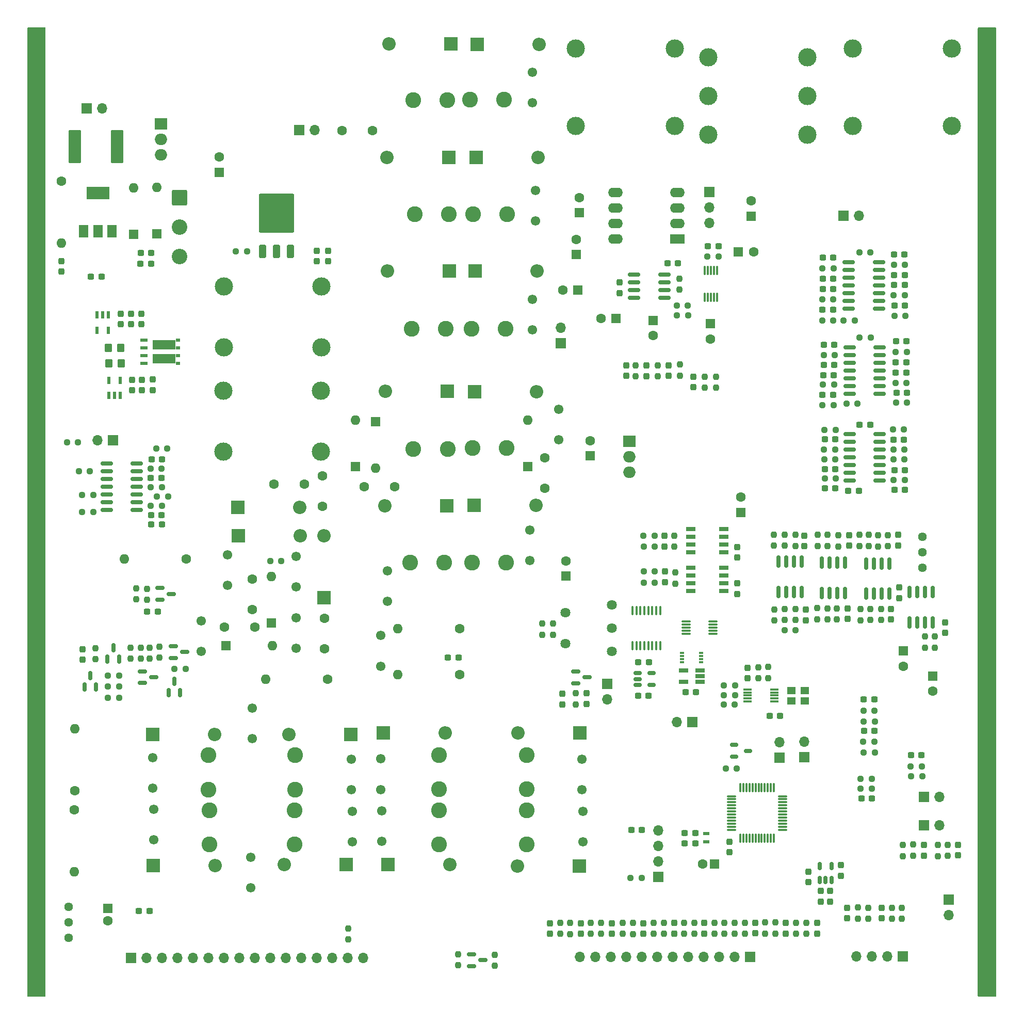
<source format=gts>
G04 #@! TF.GenerationSoftware,KiCad,Pcbnew,7.0.10*
G04 #@! TF.CreationDate,2025-01-18T09:55:55-08:00*
G04 #@! TF.ProjectId,fieldRadio_1.1,6669656c-6452-4616-9469-6f5f312e312e,rev?*
G04 #@! TF.SameCoordinates,Original*
G04 #@! TF.FileFunction,Soldermask,Top*
G04 #@! TF.FilePolarity,Negative*
%FSLAX46Y46*%
G04 Gerber Fmt 4.6, Leading zero omitted, Abs format (unit mm)*
G04 Created by KiCad (PCBNEW 7.0.10) date 2025-01-18 09:55:55*
%MOMM*%
%LPD*%
G01*
G04 APERTURE LIST*
G04 Aperture macros list*
%AMRoundRect*
0 Rectangle with rounded corners*
0 $1 Rounding radius*
0 $2 $3 $4 $5 $6 $7 $8 $9 X,Y pos of 4 corners*
0 Add a 4 corners polygon primitive as box body*
4,1,4,$2,$3,$4,$5,$6,$7,$8,$9,$2,$3,0*
0 Add four circle primitives for the rounded corners*
1,1,$1+$1,$2,$3*
1,1,$1+$1,$4,$5*
1,1,$1+$1,$6,$7*
1,1,$1+$1,$8,$9*
0 Add four rect primitives between the rounded corners*
20,1,$1+$1,$2,$3,$4,$5,0*
20,1,$1+$1,$4,$5,$6,$7,0*
20,1,$1+$1,$6,$7,$8,$9,0*
20,1,$1+$1,$8,$9,$2,$3,0*%
G04 Aperture macros list end*
%ADD10RoundRect,0.237500X-0.237500X0.300000X-0.237500X-0.300000X0.237500X-0.300000X0.237500X0.300000X0*%
%ADD11RoundRect,0.237500X0.250000X0.237500X-0.250000X0.237500X-0.250000X-0.237500X0.250000X-0.237500X0*%
%ADD12RoundRect,0.237500X0.237500X-0.250000X0.237500X0.250000X-0.237500X0.250000X-0.237500X-0.250000X0*%
%ADD13R,2.200000X2.200000*%
%ADD14O,2.200000X2.200000*%
%ADD15RoundRect,0.237500X-0.250000X-0.237500X0.250000X-0.237500X0.250000X0.237500X-0.250000X0.237500X0*%
%ADD16C,1.600000*%
%ADD17RoundRect,0.250000X0.350000X-0.850000X0.350000X0.850000X-0.350000X0.850000X-0.350000X-0.850000X0*%
%ADD18RoundRect,0.249997X2.650003X-2.950003X2.650003X2.950003X-2.650003X2.950003X-2.650003X-2.950003X0*%
%ADD19R,1.270000X0.610000*%
%ADD20R,0.710000X0.610000*%
%ADD21R,3.810000X1.650000*%
%ADD22RoundRect,0.150000X0.150000X-0.825000X0.150000X0.825000X-0.150000X0.825000X-0.150000X-0.825000X0*%
%ADD23C,1.550000*%
%ADD24RoundRect,0.237500X-0.237500X0.250000X-0.237500X-0.250000X0.237500X-0.250000X0.237500X0.250000X0*%
%ADD25R,2.000000X1.905000*%
%ADD26O,2.000000X1.905000*%
%ADD27RoundRect,0.237500X-0.300000X-0.237500X0.300000X-0.237500X0.300000X0.237500X-0.300000X0.237500X0*%
%ADD28R,1.600000X1.600000*%
%ADD29R,1.400000X1.200000*%
%ADD30RoundRect,0.150000X-0.587500X-0.150000X0.587500X-0.150000X0.587500X0.150000X-0.587500X0.150000X0*%
%ADD31RoundRect,0.075000X0.650000X0.075000X-0.650000X0.075000X-0.650000X-0.075000X0.650000X-0.075000X0*%
%ADD32R,0.600000X1.200000*%
%ADD33RoundRect,0.237500X0.237500X-0.300000X0.237500X0.300000X-0.237500X0.300000X-0.237500X-0.300000X0*%
%ADD34C,2.600000*%
%ADD35R,1.700000X1.700000*%
%ADD36O,1.700000X1.700000*%
%ADD37RoundRect,0.075000X0.075000X-0.662500X0.075000X0.662500X-0.075000X0.662500X-0.075000X-0.662500X0*%
%ADD38RoundRect,0.075000X0.662500X-0.075000X0.662500X0.075000X-0.662500X0.075000X-0.662500X-0.075000X0*%
%ADD39RoundRect,0.150000X0.825000X0.150000X-0.825000X0.150000X-0.825000X-0.150000X0.825000X-0.150000X0*%
%ADD40RoundRect,0.237500X0.300000X0.237500X-0.300000X0.237500X-0.300000X-0.237500X0.300000X-0.237500X0*%
%ADD41R,1.560000X0.650000*%
%ADD42C,3.000000*%
%ADD43RoundRect,0.150000X-0.512500X-0.150000X0.512500X-0.150000X0.512500X0.150000X-0.512500X0.150000X0*%
%ADD44R,1.528000X0.650000*%
%ADD45RoundRect,0.250000X-0.350000X-0.450000X0.350000X-0.450000X0.350000X0.450000X-0.350000X0.450000X0*%
%ADD46O,1.600000X1.600000*%
%ADD47RoundRect,0.250001X-0.799999X-2.474999X0.799999X-2.474999X0.799999X2.474999X-0.799999X2.474999X0*%
%ADD48C,1.440000*%
%ADD49R,2.400000X1.600000*%
%ADD50O,2.400000X1.600000*%
%ADD51RoundRect,0.249999X-1.025001X1.025001X-1.025001X-1.025001X1.025001X-1.025001X1.025001X1.025001X0*%
%ADD52C,2.550000*%
%ADD53RoundRect,0.150000X0.150000X-0.587500X0.150000X0.587500X-0.150000X0.587500X-0.150000X-0.587500X0*%
%ADD54RoundRect,0.075000X-0.075000X0.650000X-0.075000X-0.650000X0.075000X-0.650000X0.075000X0.650000X0*%
%ADD55R,1.400000X0.300000*%
%ADD56RoundRect,0.100000X-0.100000X0.637500X-0.100000X-0.637500X0.100000X-0.637500X0.100000X0.637500X0*%
%ADD57R,1.500000X2.000000*%
%ADD58R,3.800000X2.000000*%
%ADD59R,1.100000X0.600000*%
%ADD60R,0.800000X0.300000*%
%ADD61C,1.627000*%
%ADD62RoundRect,0.150000X-0.825000X-0.150000X0.825000X-0.150000X0.825000X0.150000X-0.825000X0.150000X0*%
%ADD63RoundRect,0.150000X0.150000X-0.512500X0.150000X0.512500X-0.150000X0.512500X-0.150000X-0.512500X0*%
G04 APERTURE END LIST*
D10*
X163110000Y-218937500D03*
X163110000Y-220662500D03*
D11*
X208047500Y-120045000D03*
X206222500Y-120045000D03*
D10*
X164000000Y-181257500D03*
X164000000Y-182982500D03*
D12*
X219570000Y-173740000D03*
X219570000Y-171915000D03*
D13*
X162830000Y-209557635D03*
D14*
X152670000Y-209557635D03*
D10*
X121595000Y-108622500D03*
X121595000Y-110347500D03*
D15*
X112107500Y-159540000D03*
X113932500Y-159540000D03*
X171257500Y-211550000D03*
X173082500Y-211550000D03*
D16*
X104640000Y-170420000D03*
X109640000Y-170420000D03*
D17*
X110890000Y-108775000D03*
X113170000Y-108775000D03*
X115450000Y-108775000D03*
D18*
X113170000Y-102475000D03*
D19*
X91380000Y-123300000D03*
X91380000Y-124570000D03*
X91380000Y-125840000D03*
X91380000Y-127110000D03*
D20*
X97000000Y-125840000D03*
D21*
X94740000Y-126335000D03*
D20*
X97000000Y-127110000D03*
X97000000Y-123300000D03*
D21*
X94740000Y-124075000D03*
D20*
X97000000Y-124570000D03*
D22*
X202615000Y-164777500D03*
X203885000Y-164777500D03*
X205155000Y-164777500D03*
X206425000Y-164777500D03*
X206425000Y-159827500D03*
X205155000Y-159827500D03*
X203885000Y-159827500D03*
X202615000Y-159827500D03*
D23*
X92875000Y-196807635D03*
X92875000Y-191807635D03*
D10*
X173870000Y-127487500D03*
X173870000Y-129212500D03*
X219440000Y-206127500D03*
X219440000Y-207852500D03*
D24*
X90880000Y-173737500D03*
X90880000Y-175562500D03*
D23*
X125575000Y-200600000D03*
X125575000Y-205600000D03*
D25*
X94185000Y-87870000D03*
D26*
X94185000Y-90410000D03*
X94185000Y-92950000D03*
D12*
X208565000Y-218177500D03*
X208565000Y-216352500D03*
D27*
X202747500Y-118270000D03*
X204472500Y-118270000D03*
D12*
X210645000Y-169215000D03*
X210645000Y-167390000D03*
D27*
X209577500Y-187405000D03*
X211302500Y-187405000D03*
D11*
X216297500Y-110945000D03*
X214472500Y-110945000D03*
D27*
X214797500Y-128670000D03*
X216522500Y-128670000D03*
D28*
X185065112Y-209240000D03*
D16*
X183065112Y-209240000D03*
D27*
X209132500Y-198525000D03*
X210857500Y-198525000D03*
X202772500Y-132295000D03*
X204497500Y-132295000D03*
D12*
X181710000Y-220682500D03*
X181710000Y-218857500D03*
D11*
X204547500Y-116645000D03*
X202722500Y-116645000D03*
D29*
X199820000Y-180820000D03*
X197620000Y-180820000D03*
X197620000Y-182520000D03*
X199820000Y-182520000D03*
D27*
X90867500Y-109010000D03*
X92592500Y-109010000D03*
D24*
X208970000Y-167440000D03*
X208970000Y-169265000D03*
D15*
X96427500Y-177240000D03*
X98252500Y-177240000D03*
D30*
X145187500Y-224080000D03*
X145187500Y-225980000D03*
X147062500Y-225030000D03*
D11*
X216372500Y-119345000D03*
X214547500Y-119345000D03*
D12*
X203545000Y-169140000D03*
X203545000Y-167315000D03*
D24*
X221710000Y-206117500D03*
X221710000Y-207942500D03*
D12*
X180070000Y-220692500D03*
X180070000Y-218867500D03*
D15*
X209427500Y-189180000D03*
X211252500Y-189180000D03*
D28*
X220820000Y-178404888D03*
D16*
X220820000Y-180904888D03*
D12*
X169960000Y-220712500D03*
X169960000Y-218887500D03*
D31*
X184810000Y-171450000D03*
X184810000Y-170950000D03*
X184810000Y-170450000D03*
X184810000Y-169950000D03*
X184810000Y-169450000D03*
X180410000Y-169450000D03*
X180410000Y-169950000D03*
X180410000Y-170450000D03*
X180410000Y-170950000D03*
X180410000Y-171450000D03*
D32*
X85593762Y-119180000D03*
X84643762Y-119180000D03*
X83693762Y-119180000D03*
X83693762Y-121680000D03*
X85593762Y-121680000D03*
D33*
X188750000Y-158952500D03*
X188750000Y-157227500D03*
D11*
X108332500Y-108780000D03*
X106507500Y-108780000D03*
X204647500Y-130620000D03*
X202822500Y-130620000D03*
D33*
X199810000Y-157112500D03*
X199810000Y-155387500D03*
D24*
X175700000Y-127427500D03*
X175700000Y-129252500D03*
D11*
X216222500Y-142870000D03*
X214397500Y-142870000D03*
D28*
X168902380Y-119780000D03*
D16*
X166402380Y-119780000D03*
D10*
X173340000Y-218937500D03*
X173340000Y-220662500D03*
D13*
X124555000Y-209357635D03*
D14*
X114395000Y-209357635D03*
D30*
X162287500Y-177680000D03*
X162287500Y-179580000D03*
X164162500Y-178630000D03*
D34*
X139850000Y-196982635D03*
X139850000Y-191382635D03*
D35*
X223480000Y-215055000D03*
D36*
X223480000Y-217595000D03*
D27*
X172537500Y-176110000D03*
X174262500Y-176110000D03*
D16*
X112770000Y-146890000D03*
X117770000Y-146890000D03*
D37*
X189285000Y-205027500D03*
X189785000Y-205027500D03*
X190285000Y-205027500D03*
X190785000Y-205027500D03*
X191285000Y-205027500D03*
X191785000Y-205027500D03*
X192285000Y-205027500D03*
X192785000Y-205027500D03*
X193285000Y-205027500D03*
X193785000Y-205027500D03*
X194285000Y-205027500D03*
X194785000Y-205027500D03*
D38*
X196197500Y-203615000D03*
X196197500Y-203115000D03*
X196197500Y-202615000D03*
X196197500Y-202115000D03*
X196197500Y-201615000D03*
X196197500Y-201115000D03*
X196197500Y-200615000D03*
X196197500Y-200115000D03*
X196197500Y-199615000D03*
X196197500Y-199115000D03*
X196197500Y-198615000D03*
X196197500Y-198115000D03*
D37*
X194785000Y-196702500D03*
X194285000Y-196702500D03*
X193785000Y-196702500D03*
X193285000Y-196702500D03*
X192785000Y-196702500D03*
X192285000Y-196702500D03*
X191785000Y-196702500D03*
X191285000Y-196702500D03*
X190785000Y-196702500D03*
X190285000Y-196702500D03*
X189785000Y-196702500D03*
X189285000Y-196702500D03*
D38*
X187872500Y-198115000D03*
X187872500Y-198615000D03*
X187872500Y-199115000D03*
X187872500Y-199615000D03*
X187872500Y-200115000D03*
X187872500Y-200615000D03*
X187872500Y-201115000D03*
X187872500Y-201615000D03*
X187872500Y-202115000D03*
X187872500Y-202615000D03*
X187872500Y-203115000D03*
X187872500Y-203615000D03*
D35*
X86295000Y-139760000D03*
D36*
X83755000Y-139760000D03*
D10*
X213995000Y-167390000D03*
X213995000Y-169115000D03*
D11*
X87332500Y-182020000D03*
X85507500Y-182020000D03*
D23*
X125425000Y-197057635D03*
X125425000Y-192057635D03*
D10*
X160030000Y-181337500D03*
X160030000Y-183062500D03*
D16*
X123940000Y-88890000D03*
X128940000Y-88890000D03*
D24*
X186680000Y-218857500D03*
X186680000Y-220682500D03*
D39*
X212035000Y-118130000D03*
X212035000Y-116860000D03*
X212035000Y-115590000D03*
X212035000Y-114320000D03*
X212035000Y-113050000D03*
X212035000Y-111780000D03*
X212035000Y-110510000D03*
X207085000Y-110510000D03*
X207085000Y-111780000D03*
X207085000Y-113050000D03*
X207085000Y-114320000D03*
X207085000Y-115590000D03*
X207085000Y-116860000D03*
X207085000Y-118130000D03*
D15*
X196547500Y-170867500D03*
X198372500Y-170867500D03*
D40*
X204622500Y-129020000D03*
X202897500Y-129020000D03*
D34*
X154225000Y-200432635D03*
X154225000Y-206032635D03*
D41*
X182670000Y-179360000D03*
X182670000Y-178410000D03*
X182670000Y-177460000D03*
X179970000Y-177460000D03*
X179970000Y-179360000D03*
D42*
X162250000Y-75475000D03*
X178480000Y-75475000D03*
X162250000Y-88175000D03*
X178480000Y-88175000D03*
D10*
X188770000Y-163217500D03*
X188770000Y-164942500D03*
D42*
X120545000Y-114510000D03*
X104545000Y-114510000D03*
X120545000Y-124510000D03*
X104545000Y-124510000D03*
D15*
X217252500Y-193220000D03*
X219077500Y-193220000D03*
D34*
X139850000Y-200432635D03*
X139850000Y-206032635D03*
D11*
X208522500Y-133720000D03*
X206697500Y-133720000D03*
D10*
X178410000Y-218927500D03*
X178410000Y-220652500D03*
D43*
X172392500Y-177940000D03*
X172392500Y-178890000D03*
X172392500Y-179840000D03*
X174667500Y-179840000D03*
X174667500Y-177940000D03*
D44*
X181179000Y-160675000D03*
X181179000Y-161945000D03*
X181179000Y-163215000D03*
X181179000Y-164485000D03*
X186601000Y-164485000D03*
X186601000Y-163215000D03*
X186601000Y-161945000D03*
X186601000Y-160675000D03*
D35*
X195690000Y-191790000D03*
D36*
X195690000Y-189250000D03*
D40*
X208732500Y-147990000D03*
X207007500Y-147990000D03*
D23*
X163450000Y-200632635D03*
X163450000Y-205632635D03*
D40*
X216197500Y-109245000D03*
X214472500Y-109245000D03*
D12*
X175030000Y-220712500D03*
X175030000Y-218887500D03*
X171680000Y-220722500D03*
X171680000Y-218897500D03*
D23*
X116390000Y-173880000D03*
X116390000Y-168880000D03*
D27*
X214522500Y-114220000D03*
X216247500Y-114220000D03*
D16*
X127520000Y-147375000D03*
X132520000Y-147375000D03*
D28*
X191050000Y-102942379D03*
D16*
X191050000Y-100442379D03*
D45*
X85563762Y-124540000D03*
X87563762Y-124540000D03*
D28*
X188967621Y-108840000D03*
D16*
X191467621Y-108840000D03*
D11*
X188377500Y-183120000D03*
X186552500Y-183120000D03*
D27*
X92537500Y-145910000D03*
X94262500Y-145910000D03*
D30*
X96212500Y-173520000D03*
X96212500Y-175420000D03*
X98087500Y-174470000D03*
D12*
X223285000Y-207892500D03*
X223285000Y-206067500D03*
D10*
X202440000Y-213682500D03*
X202440000Y-215407500D03*
D34*
X135050000Y-159770000D03*
X140650000Y-159770000D03*
D16*
X157220000Y-142625000D03*
X157220000Y-147625000D03*
D27*
X217277500Y-191345000D03*
X219002500Y-191345000D03*
D34*
X101975000Y-197007635D03*
X101975000Y-191407635D03*
D40*
X216547500Y-123495000D03*
X214822500Y-123495000D03*
D13*
X145890000Y-93325000D03*
D14*
X156050000Y-93325000D03*
D40*
X94332500Y-153490000D03*
X92607500Y-153490000D03*
D23*
X130270000Y-176775000D03*
X130270000Y-171775000D03*
D24*
X213470000Y-155285000D03*
X213470000Y-157110000D03*
D27*
X91917500Y-167850000D03*
X93642500Y-167850000D03*
D40*
X185702500Y-107910000D03*
X183977500Y-107910000D03*
D11*
X216272500Y-146245000D03*
X214447500Y-146245000D03*
D15*
X81267500Y-148700000D03*
X83092500Y-148700000D03*
D35*
X89270000Y-224670000D03*
D36*
X91810000Y-224670000D03*
X94350000Y-224670000D03*
X96890000Y-224670000D03*
X99430000Y-224670000D03*
X101970000Y-224670000D03*
X104510000Y-224670000D03*
X107050000Y-224670000D03*
X109590000Y-224670000D03*
X112130000Y-224670000D03*
X114670000Y-224670000D03*
X117210000Y-224670000D03*
X119750000Y-224670000D03*
X122290000Y-224670000D03*
X124830000Y-224670000D03*
X127370000Y-224670000D03*
D34*
X102125000Y-200407635D03*
X102125000Y-206007635D03*
D40*
X204547500Y-113195000D03*
X202822500Y-113195000D03*
D15*
X202747500Y-111520000D03*
X204572500Y-111520000D03*
D35*
X206235000Y-102930000D03*
D36*
X208775000Y-102930000D03*
D27*
X214522500Y-112620000D03*
X216247500Y-112620000D03*
D11*
X216272500Y-115970000D03*
X214447500Y-115970000D03*
D33*
X207170000Y-157040000D03*
X207170000Y-155315000D03*
D15*
X173387500Y-155400000D03*
X175212500Y-155400000D03*
D12*
X214125000Y-218227500D03*
X214125000Y-216402500D03*
D10*
X183350000Y-218907500D03*
X183350000Y-220632500D03*
D15*
X183887500Y-109600000D03*
X185712500Y-109600000D03*
D10*
X225010000Y-206117500D03*
X225010000Y-207842500D03*
D13*
X141200000Y-131675000D03*
D14*
X131040000Y-131675000D03*
D40*
X204522500Y-114920000D03*
X202797500Y-114920000D03*
D10*
X169500000Y-113837500D03*
X169500000Y-115562500D03*
X206790000Y-216427500D03*
X206790000Y-218152500D03*
D34*
X135310000Y-121420000D03*
X140910000Y-121420000D03*
D10*
X168210000Y-218937500D03*
X168210000Y-220662500D03*
X89278762Y-118972500D03*
X89278762Y-120697500D03*
D39*
X90225000Y-151195000D03*
X90225000Y-149925000D03*
X90225000Y-148655000D03*
X90225000Y-147385000D03*
X90225000Y-146115000D03*
X90225000Y-144845000D03*
X90225000Y-143575000D03*
X85275000Y-143575000D03*
X85275000Y-144845000D03*
X85275000Y-146115000D03*
X85275000Y-147385000D03*
X85275000Y-148655000D03*
X85275000Y-149925000D03*
X85275000Y-151195000D03*
D24*
X148985000Y-224117500D03*
X148985000Y-225942500D03*
D28*
X103780000Y-95771395D03*
D16*
X103780000Y-93271395D03*
D11*
X211352500Y-190980000D03*
X209527500Y-190980000D03*
D28*
X154420000Y-144025000D03*
D46*
X154420000Y-136405000D03*
D33*
X81320000Y-175722500D03*
X81320000Y-173997500D03*
D42*
X207755000Y-75465000D03*
X223985000Y-75465000D03*
X207755000Y-88165000D03*
X223985000Y-88165000D03*
D28*
X162320000Y-109260000D03*
D16*
X162320000Y-106760000D03*
D10*
X158020000Y-218937500D03*
X158020000Y-220662500D03*
D11*
X80592500Y-140060000D03*
X78767500Y-140060000D03*
D15*
X203122500Y-146020000D03*
X204947500Y-146020000D03*
D34*
X144890000Y-83840000D03*
X150490000Y-83840000D03*
D15*
X208847500Y-122845000D03*
X210672500Y-122845000D03*
D23*
X100830000Y-174400000D03*
X100830000Y-169400000D03*
D22*
X217015000Y-169612442D03*
X218285000Y-169612442D03*
X219555000Y-169612442D03*
X220825000Y-169612442D03*
X220825000Y-164662442D03*
X219555000Y-164662442D03*
X218285000Y-164662442D03*
X217015000Y-164662442D03*
D12*
X200140000Y-220692500D03*
X200140000Y-218867500D03*
D10*
X212500000Y-216427500D03*
X212500000Y-218152500D03*
D47*
X80015000Y-91520000D03*
X86965000Y-91520000D03*
D10*
X190470000Y-177037500D03*
X190470000Y-178762500D03*
D23*
X155180000Y-121640000D03*
X155180000Y-116640000D03*
D15*
X203072500Y-137995000D03*
X204897500Y-137995000D03*
D13*
X141770000Y-74725000D03*
D14*
X131610000Y-74725000D03*
D34*
X145440000Y-102640000D03*
X151040000Y-102640000D03*
D24*
X192250000Y-176967500D03*
X192250000Y-178792500D03*
D12*
X158510000Y-171642500D03*
X158510000Y-169817500D03*
D24*
X185310000Y-129307500D03*
X185310000Y-131132500D03*
X211860000Y-155305000D03*
X211860000Y-157130000D03*
D11*
X216222500Y-141270000D03*
X214397500Y-141270000D03*
D28*
X104860000Y-173450000D03*
D46*
X112480000Y-173450000D03*
D23*
X155640000Y-103740000D03*
X155640000Y-98740000D03*
X130300000Y-197007635D03*
X130300000Y-192007635D03*
D40*
X216272500Y-144670000D03*
X214547500Y-144670000D03*
D25*
X171050000Y-139870000D03*
D26*
X171050000Y-142410000D03*
X171050000Y-144950000D03*
D48*
X79070000Y-216270000D03*
X79070000Y-218810000D03*
X79070000Y-221350000D03*
D27*
X203122500Y-147620000D03*
X204847500Y-147620000D03*
D13*
X162980000Y-187732635D03*
D14*
X152820000Y-187732635D03*
D40*
X181982500Y-181020000D03*
X180257500Y-181020000D03*
D24*
X194745000Y-155190000D03*
X194745000Y-157015000D03*
D34*
X154200000Y-196982635D03*
X154200000Y-191382635D03*
X145270000Y-159820000D03*
X150870000Y-159820000D03*
D10*
X205810000Y-209427500D03*
X205810000Y-211152500D03*
D15*
X85497500Y-180110000D03*
X87322500Y-180110000D03*
D24*
X215965000Y-206127500D03*
X215965000Y-207952500D03*
D35*
X181395000Y-185960000D03*
D36*
X178855000Y-185960000D03*
D24*
X201920000Y-167265000D03*
X201920000Y-169090000D03*
D49*
X178920000Y-106680000D03*
D50*
X178920000Y-104140000D03*
X178920000Y-101600000D03*
X178920000Y-99060000D03*
X168760000Y-99060000D03*
X168760000Y-101600000D03*
X168760000Y-104140000D03*
X168760000Y-106680000D03*
D12*
X208810000Y-157070000D03*
X208810000Y-155245000D03*
D11*
X180692500Y-119250000D03*
X178867500Y-119250000D03*
D40*
X179052500Y-110690000D03*
X177327500Y-110690000D03*
D24*
X178450000Y-155367500D03*
X178450000Y-157192500D03*
D39*
X212160000Y-132130000D03*
X212160000Y-130860000D03*
X212160000Y-129590000D03*
X212160000Y-128320000D03*
X212160000Y-127050000D03*
X212160000Y-125780000D03*
X212160000Y-124510000D03*
X207210000Y-124510000D03*
X207210000Y-125780000D03*
X207210000Y-127050000D03*
X207210000Y-128320000D03*
X207210000Y-129590000D03*
X207210000Y-130860000D03*
X207210000Y-132130000D03*
D13*
X92845000Y-187957635D03*
D14*
X103005000Y-187957635D03*
D24*
X83430000Y-173837500D03*
X83430000Y-175662500D03*
D33*
X77850000Y-112052500D03*
X77850000Y-110327500D03*
D12*
X215800000Y-218227500D03*
X215800000Y-216402500D03*
D51*
X97250000Y-99975000D03*
D52*
X97250000Y-104775000D03*
X97250000Y-109575000D03*
D34*
X145290000Y-141040000D03*
X150890000Y-141040000D03*
D24*
X205370000Y-155315000D03*
X205370000Y-157140000D03*
D28*
X189340000Y-151550000D03*
D16*
X189340000Y-149050000D03*
D34*
X135620000Y-83920000D03*
X141220000Y-83920000D03*
D10*
X176860000Y-155407500D03*
X176860000Y-157132500D03*
D16*
X121050000Y-168930000D03*
X121050000Y-173930000D03*
D28*
X89690000Y-105920000D03*
D46*
X89690000Y-98300000D03*
D13*
X131445000Y-209357635D03*
D14*
X141605000Y-209357635D03*
D12*
X91920000Y-165932500D03*
X91920000Y-164107500D03*
D45*
X85653762Y-127110000D03*
X87653762Y-127110000D03*
D40*
X174192500Y-181650000D03*
X172467500Y-181650000D03*
D10*
X200020000Y-167515000D03*
X200020000Y-169240000D03*
X181530000Y-129317500D03*
X181530000Y-131042500D03*
X206895000Y-167315000D03*
X206895000Y-169040000D03*
D12*
X172110000Y-129252500D03*
X172110000Y-127427500D03*
D28*
X162830000Y-102410000D03*
D16*
X162830000Y-99910000D03*
D23*
X131370000Y-166175000D03*
X131370000Y-161175000D03*
D11*
X87312500Y-178370000D03*
X85487500Y-178370000D03*
D13*
X106850000Y-155360000D03*
D14*
X117010000Y-155360000D03*
D15*
X209480358Y-184065000D03*
X211305358Y-184065000D03*
X209032500Y-195300000D03*
X210857500Y-195300000D03*
D11*
X216622500Y-125270000D03*
X214797500Y-125270000D03*
D30*
X91152500Y-177660000D03*
X91152500Y-179560000D03*
X93027500Y-178610000D03*
D13*
X141500000Y-111925000D03*
D14*
X131340000Y-111925000D03*
D12*
X212370000Y-169215000D03*
X212370000Y-167390000D03*
D40*
X204847500Y-144445000D03*
X203122500Y-144445000D03*
D23*
X108900000Y-213107635D03*
X108900000Y-208107635D03*
D27*
X180157500Y-205860000D03*
X181882500Y-205860000D03*
D23*
X116380000Y-158812365D03*
X116380000Y-163812365D03*
D53*
X95460000Y-181117500D03*
X97360000Y-181117500D03*
X96410000Y-179242500D03*
D27*
X202797500Y-109795000D03*
X204522500Y-109795000D03*
D10*
X90953762Y-118947500D03*
X90953762Y-120672500D03*
D28*
X85500000Y-216544887D03*
D16*
X85500000Y-218544887D03*
D13*
X141450000Y-93325000D03*
D14*
X131290000Y-93325000D03*
D11*
X219152500Y-194820000D03*
X217327500Y-194820000D03*
D27*
X90842500Y-110785000D03*
X92567500Y-110785000D03*
D12*
X92360000Y-175582500D03*
X92360000Y-173757500D03*
D32*
X85643762Y-132370000D03*
X86593762Y-132370000D03*
X87543762Y-132370000D03*
X87543762Y-129870000D03*
X85643762Y-129870000D03*
D28*
X129400000Y-136720000D03*
D46*
X129400000Y-144340000D03*
D24*
X166440000Y-218877500D03*
X166440000Y-220702500D03*
D27*
X82707500Y-112880000D03*
X84432500Y-112880000D03*
D35*
X167440000Y-179670000D03*
D36*
X167440000Y-182210000D03*
D54*
X185420000Y-111900000D03*
X184920000Y-111900000D03*
X184420000Y-111900000D03*
X183920000Y-111900000D03*
X183420000Y-111900000D03*
X183420000Y-116300000D03*
X183920000Y-116300000D03*
X184420000Y-116300000D03*
X184920000Y-116300000D03*
X185420000Y-116300000D03*
D40*
X216622500Y-131920000D03*
X214897500Y-131920000D03*
D35*
X215920000Y-224390000D03*
D36*
X213380000Y-224390000D03*
X210840000Y-224390000D03*
X208300000Y-224390000D03*
D40*
X216272500Y-117620000D03*
X214547500Y-117620000D03*
D11*
X180672500Y-117610000D03*
X178847500Y-117610000D03*
D33*
X87618762Y-120697500D03*
X87618762Y-118972500D03*
D24*
X124910000Y-219797500D03*
X124910000Y-221622500D03*
D15*
X186867500Y-193590000D03*
X188692500Y-193590000D03*
D13*
X146070000Y-74775000D03*
D14*
X156230000Y-74775000D03*
D15*
X92537500Y-150510000D03*
X94362500Y-150510000D03*
D23*
X130400000Y-200500000D03*
X130400000Y-205500000D03*
D12*
X179260000Y-115042500D03*
X179260000Y-113217500D03*
D28*
X215995000Y-174297387D03*
D16*
X215995000Y-176797387D03*
D35*
X190895000Y-224470000D03*
D36*
X188355000Y-224470000D03*
X185815000Y-224470000D03*
X183275000Y-224470000D03*
X180735000Y-224470000D03*
X178195000Y-224470000D03*
X175655000Y-224470000D03*
X173115000Y-224470000D03*
X170575000Y-224470000D03*
X168035000Y-224470000D03*
X165495000Y-224470000D03*
X162955000Y-224470000D03*
D35*
X184180000Y-98980000D03*
D36*
X184180000Y-101520000D03*
X184180000Y-104060000D03*
D33*
X176890000Y-162992500D03*
X176890000Y-161267500D03*
D12*
X89180000Y-175582500D03*
X89180000Y-173757500D03*
D24*
X203595000Y-155265000D03*
X203595000Y-157090000D03*
D16*
X121550000Y-178960000D03*
D46*
X111390000Y-178960000D03*
D12*
X179360000Y-129142500D03*
X179360000Y-127317500D03*
D27*
X171367500Y-203690000D03*
X173092500Y-203690000D03*
D28*
X164595000Y-142310000D03*
D16*
X164595000Y-139810000D03*
D15*
X202947500Y-125720000D03*
X204772500Y-125720000D03*
D13*
X145560000Y-150425000D03*
D14*
X155720000Y-150425000D03*
D35*
X175850000Y-211320000D03*
D36*
X175850000Y-208780000D03*
X175850000Y-206240000D03*
X175850000Y-203700000D03*
D40*
X216147500Y-139620000D03*
X214422500Y-139620000D03*
D55*
X194840000Y-182595000D03*
X194840000Y-182095000D03*
X194840000Y-181595000D03*
X194840000Y-181095000D03*
X194840000Y-180595000D03*
X190440000Y-180595000D03*
X190440000Y-181095000D03*
X190440000Y-181595000D03*
X190440000Y-182095000D03*
X190440000Y-182595000D03*
D30*
X94032500Y-163970000D03*
X94032500Y-165870000D03*
X95907500Y-164920000D03*
D23*
X109200000Y-183657635D03*
X109200000Y-188657635D03*
D10*
X92813762Y-129777500D03*
X92813762Y-131502500D03*
D23*
X105130000Y-163550000D03*
X105130000Y-158550000D03*
D56*
X176120000Y-167702500D03*
X175470000Y-167702500D03*
X174820000Y-167702500D03*
X174170000Y-167702500D03*
X173520000Y-167702500D03*
X172870000Y-167702500D03*
X172220000Y-167702500D03*
X171570000Y-167702500D03*
X171570000Y-173427500D03*
X172220000Y-173427500D03*
X172870000Y-173427500D03*
X173520000Y-173427500D03*
X174170000Y-173427500D03*
X174820000Y-173427500D03*
X175470000Y-173427500D03*
X176120000Y-173427500D03*
D12*
X198430000Y-220682500D03*
X198430000Y-218857500D03*
D34*
X145160000Y-121425000D03*
X150760000Y-121425000D03*
D27*
X90567500Y-216910000D03*
X92292500Y-216910000D03*
D22*
X195515000Y-164602500D03*
X196785000Y-164602500D03*
X198055000Y-164602500D03*
X199325000Y-164602500D03*
X199325000Y-159652500D03*
X198055000Y-159652500D03*
X196785000Y-159652500D03*
X195515000Y-159652500D03*
D24*
X195040000Y-218847500D03*
X195040000Y-220672500D03*
D12*
X205145000Y-169140000D03*
X205145000Y-167315000D03*
X217640000Y-207852500D03*
X217640000Y-206027500D03*
D11*
X188427500Y-179945000D03*
X186602500Y-179945000D03*
D12*
X196570000Y-169215000D03*
X196570000Y-167390000D03*
D10*
X204040000Y-213682500D03*
X204040000Y-215407500D03*
D27*
X180147500Y-204170000D03*
X181872500Y-204170000D03*
D12*
X162250000Y-183042500D03*
X162250000Y-181217500D03*
D40*
X195812500Y-184970000D03*
X194087500Y-184970000D03*
D28*
X174960000Y-120057620D03*
D16*
X174960000Y-122557620D03*
D24*
X159750000Y-218877500D03*
X159750000Y-220702500D03*
D53*
X85410000Y-175637500D03*
X87310000Y-175637500D03*
X86360000Y-173762500D03*
D34*
X135630000Y-141140000D03*
X141230000Y-141140000D03*
D27*
X202972500Y-124070000D03*
X204697500Y-124070000D03*
D24*
X156790000Y-169787500D03*
X156790000Y-171612500D03*
D12*
X190020000Y-220682500D03*
X190020000Y-218857500D03*
D27*
X92577500Y-151980000D03*
X94302500Y-151980000D03*
D15*
X92487500Y-144385000D03*
X94312500Y-144385000D03*
D24*
X161360000Y-218897500D03*
X161360000Y-220722500D03*
D57*
X81530000Y-105450000D03*
X83830000Y-105450000D03*
X86130000Y-105450000D03*
D58*
X83830000Y-99150000D03*
D10*
X187535000Y-205577500D03*
X187535000Y-207302500D03*
D59*
X183690000Y-205610000D03*
X183690000Y-204210000D03*
D12*
X210265000Y-218227500D03*
X210265000Y-216402500D03*
D10*
X191690000Y-218897500D03*
X191690000Y-220622500D03*
D35*
X159790000Y-123785000D03*
D36*
X159790000Y-121245000D03*
D13*
X125325000Y-187957635D03*
D14*
X115165000Y-187957635D03*
D40*
X94362500Y-142885000D03*
X92637500Y-142885000D03*
D15*
X203047500Y-142820000D03*
X204872500Y-142820000D03*
D16*
X77870000Y-97190000D03*
D46*
X77870000Y-107350000D03*
D33*
X170560000Y-129172500D03*
X170560000Y-127447500D03*
D34*
X135860000Y-102640000D03*
X141460000Y-102640000D03*
D48*
X219150000Y-160607500D03*
X219150000Y-158067500D03*
X219150000Y-155527500D03*
D23*
X159430000Y-139660000D03*
X159430000Y-134660000D03*
D24*
X196520000Y-155215000D03*
X196520000Y-157040000D03*
D13*
X92945000Y-209457635D03*
D14*
X103105000Y-209457635D03*
D60*
X182830000Y-176110000D03*
X182830000Y-175610000D03*
X182830000Y-175110000D03*
X182830000Y-174610000D03*
X179730000Y-174610000D03*
X179730000Y-175110000D03*
X179730000Y-175610000D03*
X179730000Y-176110000D03*
D35*
X82040000Y-85320000D03*
D36*
X84580000Y-85320000D03*
D33*
X222845000Y-171340000D03*
X222845000Y-169615000D03*
D12*
X176750000Y-220692500D03*
X176750000Y-218867500D03*
D24*
X194870000Y-167465000D03*
X194870000Y-169290000D03*
D12*
X142985000Y-225872500D03*
X142985000Y-224047500D03*
D34*
X116175000Y-197007635D03*
X116175000Y-191407635D03*
D16*
X120720000Y-145590000D03*
X120720000Y-150590000D03*
D12*
X221170000Y-173740000D03*
X221170000Y-171915000D03*
D27*
X214597500Y-147870000D03*
X216322500Y-147870000D03*
D10*
X119795000Y-108647500D03*
X119795000Y-110372500D03*
D28*
X160640000Y-162032380D03*
D16*
X160640000Y-159532380D03*
D15*
X173407500Y-157150000D03*
X175232500Y-157150000D03*
D13*
X145720000Y-111975000D03*
D14*
X155880000Y-111975000D03*
D11*
X188402500Y-181595000D03*
X186577500Y-181595000D03*
X95352500Y-148930000D03*
X93527500Y-148930000D03*
D13*
X130645000Y-187757635D03*
D14*
X140805000Y-187757635D03*
D40*
X204722500Y-127345000D03*
X202997500Y-127345000D03*
D13*
X120930000Y-165570000D03*
D14*
X120930000Y-155410000D03*
D12*
X183450000Y-131112500D03*
X183450000Y-129287500D03*
D35*
X199790000Y-191720000D03*
D36*
X199790000Y-189180000D03*
D28*
X162630000Y-115080000D03*
D16*
X160130000Y-115080000D03*
D23*
X93000000Y-200275000D03*
X93000000Y-205275000D03*
D27*
X214797500Y-126970000D03*
X216522500Y-126970000D03*
D11*
X211355358Y-185840000D03*
X209530358Y-185840000D03*
X216147500Y-137970000D03*
X214322500Y-137970000D03*
D15*
X208822500Y-108920000D03*
X210647500Y-108920000D03*
D16*
X80020000Y-197210000D03*
D46*
X80020000Y-187050000D03*
D16*
X109180000Y-167530000D03*
X109180000Y-162530000D03*
X98330000Y-159220000D03*
D46*
X88170000Y-159220000D03*
D24*
X178600000Y-161427500D03*
X178600000Y-163252500D03*
D33*
X89423762Y-131532500D03*
X89423762Y-129807500D03*
D13*
X145640000Y-131775000D03*
D14*
X155800000Y-131775000D03*
D42*
X184015000Y-83255000D03*
X200245000Y-83255000D03*
X184015000Y-76905000D03*
X200245000Y-76905000D03*
X184015000Y-89605000D03*
X200245000Y-89605000D03*
D23*
X154740000Y-159475000D03*
X154740000Y-154475000D03*
D39*
X212160000Y-146330000D03*
X212160000Y-145060000D03*
X212160000Y-143790000D03*
X212160000Y-142520000D03*
X212160000Y-141250000D03*
X212160000Y-139980000D03*
X212160000Y-138710000D03*
X207210000Y-138710000D03*
X207210000Y-139980000D03*
X207210000Y-141250000D03*
X207210000Y-142520000D03*
X207210000Y-143790000D03*
X207210000Y-145060000D03*
X207210000Y-146330000D03*
D11*
X82537500Y-144785000D03*
X80712500Y-144785000D03*
D35*
X219425000Y-198240000D03*
D36*
X221965000Y-198240000D03*
D53*
X81650000Y-180177500D03*
X83550000Y-180177500D03*
X82600000Y-178302500D03*
D15*
X173407500Y-163060000D03*
X175232500Y-163060000D03*
X202772500Y-133970000D03*
X204597500Y-133970000D03*
D44*
X181179000Y-154255000D03*
X181179000Y-155525000D03*
X181179000Y-156795000D03*
X181179000Y-158065000D03*
X186601000Y-158065000D03*
X186601000Y-156795000D03*
X186601000Y-155525000D03*
X186601000Y-154255000D03*
D16*
X143210000Y-178180000D03*
D46*
X133050000Y-178180000D03*
D11*
X216572500Y-130295000D03*
X214747500Y-130295000D03*
D12*
X193360000Y-220662500D03*
X193360000Y-218837500D03*
D43*
X188242500Y-189710000D03*
X188242500Y-191610000D03*
X190517500Y-190660000D03*
D28*
X126100000Y-144050000D03*
D46*
X126100000Y-136430000D03*
D11*
X83062500Y-151510000D03*
X81237500Y-151510000D03*
D10*
X196740000Y-218907500D03*
X196740000Y-220632500D03*
D16*
X143240000Y-170630000D03*
D46*
X133080000Y-170630000D03*
D27*
X203122500Y-139595000D03*
X204847500Y-139595000D03*
D11*
X95232500Y-141090000D03*
X93407500Y-141090000D03*
D42*
X120470000Y-131610000D03*
X104470000Y-131610000D03*
X120470000Y-141610000D03*
X104470000Y-141610000D03*
D12*
X93960000Y-175412500D03*
X93960000Y-173587500D03*
D15*
X173397500Y-161270000D03*
X175222500Y-161270000D03*
D16*
X79950000Y-200380000D03*
D46*
X79950000Y-210540000D03*
D12*
X198320000Y-169215000D03*
X198320000Y-167390000D03*
D27*
X209530358Y-182240000D03*
X211255358Y-182240000D03*
D61*
X160610000Y-168000000D03*
X160610000Y-173080000D03*
X168230000Y-166730000D03*
X168230000Y-170540000D03*
X168230000Y-174350000D03*
D62*
X171855000Y-112555000D03*
X171855000Y-113825000D03*
X171855000Y-115095000D03*
X171855000Y-116365000D03*
X176805000Y-116365000D03*
X176805000Y-115095000D03*
X176805000Y-113825000D03*
X176805000Y-112555000D03*
D33*
X177480000Y-129162500D03*
X177480000Y-127437500D03*
D28*
X93520000Y-105850000D03*
D46*
X93520000Y-98230000D03*
D27*
X141307500Y-175410000D03*
X143032500Y-175410000D03*
D24*
X198295000Y-155265000D03*
X198295000Y-157090000D03*
D34*
X116125000Y-200457635D03*
X116125000Y-206057635D03*
D24*
X164750000Y-218887500D03*
X164750000Y-220712500D03*
D33*
X91083762Y-131512500D03*
X91083762Y-129787500D03*
D10*
X200470000Y-210507500D03*
X200470000Y-212232500D03*
D23*
X155170000Y-84375000D03*
X155170000Y-79375000D03*
D11*
X210832500Y-196850000D03*
X209007500Y-196850000D03*
D28*
X112350000Y-169660000D03*
D46*
X112350000Y-162040000D03*
D23*
X163250000Y-197057635D03*
X163250000Y-192057635D03*
D13*
X141120000Y-150475000D03*
D14*
X130960000Y-150475000D03*
D10*
X201850000Y-218917500D03*
X201850000Y-220642500D03*
D35*
X219425000Y-202900000D03*
D36*
X221965000Y-202900000D03*
D33*
X215370000Y-165615000D03*
X215370000Y-163890000D03*
D27*
X208872500Y-137170000D03*
X210597500Y-137170000D03*
D33*
X215190000Y-156960000D03*
X215190000Y-155235000D03*
D22*
X209915000Y-164877500D03*
X211185000Y-164877500D03*
X212455000Y-164877500D03*
X213725000Y-164877500D03*
X213725000Y-159927500D03*
X212455000Y-159927500D03*
X211185000Y-159927500D03*
X209915000Y-159927500D03*
D35*
X116865000Y-88830000D03*
D36*
X119405000Y-88830000D03*
D15*
X202997500Y-141220000D03*
X204822500Y-141220000D03*
D24*
X193810000Y-176917500D03*
X193810000Y-178742500D03*
D13*
X106840000Y-150750000D03*
D14*
X117000000Y-150750000D03*
D63*
X202330000Y-211867500D03*
X203280000Y-211867500D03*
X204230000Y-211867500D03*
X204230000Y-209592500D03*
X202330000Y-209592500D03*
D15*
X92537500Y-147410000D03*
X94362500Y-147410000D03*
D12*
X90120000Y-165832500D03*
X90120000Y-164007500D03*
D28*
X184380000Y-120600000D03*
D16*
X184380000Y-123100000D03*
D12*
X188350000Y-220682500D03*
X188350000Y-218857500D03*
D15*
X202697500Y-120045000D03*
X204522500Y-120045000D03*
D11*
X216647500Y-133520000D03*
X214822500Y-133520000D03*
D24*
X210380000Y-155245000D03*
X210380000Y-157070000D03*
X185010000Y-218857500D03*
X185010000Y-220682500D03*
X202000000Y-155227500D03*
X202000000Y-157052500D03*
G36*
X231193039Y-72019685D02*
G01*
X231238794Y-72072489D01*
X231250000Y-72124000D01*
X231250000Y-230866412D01*
X231230315Y-230933451D01*
X231177511Y-230979206D01*
X231126413Y-230990411D01*
X228374413Y-230999585D01*
X228307309Y-230980124D01*
X228261378Y-230927473D01*
X228250000Y-230875586D01*
X228250000Y-72124000D01*
X228269685Y-72056961D01*
X228322489Y-72011206D01*
X228374000Y-72000000D01*
X231126000Y-72000000D01*
X231193039Y-72019685D01*
G37*
G36*
X75193039Y-72019685D02*
G01*
X75238794Y-72072489D01*
X75250000Y-72124000D01*
X75250000Y-230876000D01*
X75230315Y-230943039D01*
X75177511Y-230988794D01*
X75126000Y-231000000D01*
X72374000Y-231000000D01*
X72306961Y-230980315D01*
X72261206Y-230927511D01*
X72250000Y-230876000D01*
X72250000Y-72124000D01*
X72269685Y-72056961D01*
X72322489Y-72011206D01*
X72374000Y-72000000D01*
X75126000Y-72000000D01*
X75193039Y-72019685D01*
G37*
M02*

</source>
